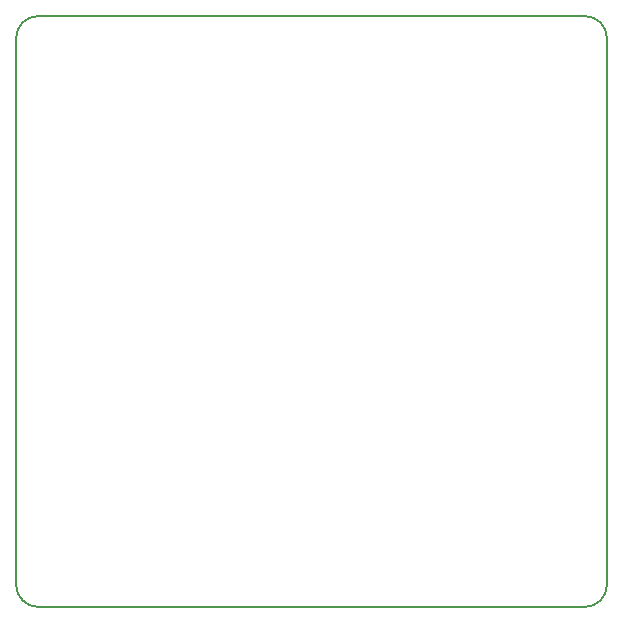
<source format=gbr>
G04 #@! TF.GenerationSoftware,KiCad,Pcbnew,(5.0.0)*
G04 #@! TF.CreationDate,2019-01-07T23:24:32-05:00*
G04 #@! TF.ProjectId,Audio_Breakout,417564696F5F427265616B6F75742E6B,rev?*
G04 #@! TF.SameCoordinates,Original*
G04 #@! TF.FileFunction,Profile,NP*
%FSLAX46Y46*%
G04 Gerber Fmt 4.6, Leading zero omitted, Abs format (unit mm)*
G04 Created by KiCad (PCBNEW (5.0.0)) date 01/07/19 23:24:32*
%MOMM*%
%LPD*%
G01*
G04 APERTURE LIST*
%ADD10C,0.150000*%
%ADD11C,0.200000*%
G04 APERTURE END LIST*
D10*
X99949000Y-101854000D02*
G75*
G02X101854000Y-99949000I1905000J0D01*
G01*
X148082000Y-99949000D02*
G75*
G02X149987000Y-101854000I0J-1905000D01*
G01*
X149987000Y-148082000D02*
G75*
G02X148082000Y-149987000I-1905000J0D01*
G01*
X101854000Y-149987000D02*
G75*
G02X99949000Y-148082000I0J1905000D01*
G01*
D11*
X99949000Y-101854000D02*
X99949000Y-148082000D01*
X101854000Y-149987000D02*
X148082000Y-149987000D01*
X149987000Y-101854000D02*
X149987000Y-148082000D01*
X101854000Y-99949000D02*
X148082000Y-99949000D01*
M02*

</source>
